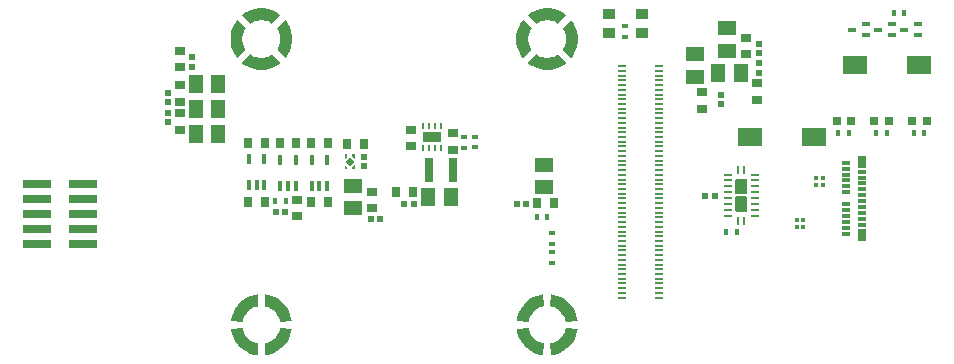
<source format=gbp>
G04*
G04 #@! TF.GenerationSoftware,Altium Limited,Altium Designer,21.4.1 (30)*
G04*
G04 Layer_Color=128*
%FSLAX44Y44*%
%MOMM*%
G71*
G04*
G04 #@! TF.SameCoordinates,0D4F03D2-A9C6-41B0-9EE0-006CB902BA7E*
G04*
G04*
G04 #@! TF.FilePolarity,Positive*
G04*
G01*
G75*
%ADD16R,0.4500X0.5500*%
%ADD19R,0.5200X0.5200*%
%ADD20R,0.9000X0.7000*%
%ADD23R,0.7000X0.9000*%
%ADD24R,0.5200X0.5200*%
%ADD26R,0.5500X0.4500*%
%ADD32R,2.4000X0.7600*%
%ADD83R,0.2800X0.5000*%
%ADD84R,1.6000X0.9000*%
%ADD85R,0.8000X2.0000*%
%ADD86R,1.3000X1.5000*%
%ADD87R,1.5000X1.3000*%
%ADD88R,2.0000X1.5000*%
%ADD89R,0.3600X0.3200*%
%ADD90R,0.8000X0.8000*%
%ADD91R,0.7000X0.1800*%
%ADD92R,0.7000X0.3000*%
%ADD93R,0.7000X1.0000*%
%ADD94R,0.7100X0.3000*%
%ADD95R,1.0000X0.9000*%
%ADD96R,0.1500X0.1500*%
%ADD97P,0.6788X4X270.0*%
%ADD98R,0.1500X0.1500*%
G04:AMPARAMS|DCode=100|XSize=0.25mm|YSize=0.6mm|CornerRadius=0.025mm|HoleSize=0mm|Usage=FLASHONLY|Rotation=270.000|XOffset=0mm|YOffset=0mm|HoleType=Round|Shape=RoundedRectangle|*
%AMROUNDEDRECTD100*
21,1,0.2500,0.5500,0,0,270.0*
21,1,0.2000,0.6000,0,0,270.0*
1,1,0.0500,-0.2750,-0.1000*
1,1,0.0500,-0.2750,0.1000*
1,1,0.0500,0.2750,0.1000*
1,1,0.0500,0.2750,-0.1000*
%
%ADD100ROUNDEDRECTD100*%
G04:AMPARAMS|DCode=101|XSize=0.25mm|YSize=0.6mm|CornerRadius=0.025mm|HoleSize=0mm|Usage=FLASHONLY|Rotation=0.000|XOffset=0mm|YOffset=0mm|HoleType=Round|Shape=RoundedRectangle|*
%AMROUNDEDRECTD101*
21,1,0.2500,0.5500,0,0,0.0*
21,1,0.2000,0.6000,0,0,0.0*
1,1,0.0500,0.1000,-0.2750*
1,1,0.0500,-0.1000,-0.2750*
1,1,0.0500,-0.1000,0.2750*
1,1,0.0500,0.1000,0.2750*
%
%ADD101ROUNDEDRECTD101*%
%ADD126R,0.3500X0.8500*%
G36*
X77422Y56287D02*
X81508Y54880D01*
X85305Y52818D01*
X87007Y51488D01*
X87007D01*
X80177Y44106D01*
X79151Y44768D01*
X76961Y45848D01*
X74633Y46582D01*
X72221Y46953D01*
X69779D01*
X67367Y46582D01*
X65039Y45848D01*
X62849Y44768D01*
X61823Y44106D01*
X54993Y51488D01*
X56695Y52818D01*
X60493Y54880D01*
X64578Y56287D01*
X68840Y57000D01*
X73160D01*
X77422Y56287D01*
D02*
G37*
G36*
X-164578D02*
X-160492Y54880D01*
X-156695Y52818D01*
X-154993Y51488D01*
X-154993D01*
X-161823Y44106D01*
X-162849Y44768D01*
X-165039Y45848D01*
X-167367Y46582D01*
X-169779Y46953D01*
X-172221D01*
X-174633Y46582D01*
X-176961Y45848D01*
X-179151Y44768D01*
X-180177Y44106D01*
X-187007Y51488D01*
X-185305Y52818D01*
X-181507Y54880D01*
X-177422Y56287D01*
X-173160Y57000D01*
X-168840D01*
X-164578Y56287D01*
D02*
G37*
G36*
X87007Y10512D02*
X85305Y9182D01*
X81508Y7120D01*
X77422Y5713D01*
X73160Y5000D01*
X68840D01*
X64578Y5713D01*
X60493Y7120D01*
X56695Y9182D01*
X54993Y10512D01*
Y10512D01*
X61823Y17894D01*
X62849Y17232D01*
X65039Y16152D01*
X67367Y15418D01*
X69779Y15047D01*
X72221D01*
X74633Y15418D01*
X76961Y16152D01*
X79151Y17232D01*
X80177Y17894D01*
X87007Y10512D01*
D02*
G37*
G36*
X-154993D02*
X-156695Y9182D01*
X-160492Y7120D01*
X-164578Y5713D01*
X-168840Y5000D01*
X-173160D01*
X-177422Y5713D01*
X-181507Y7120D01*
X-185305Y9182D01*
X-187007Y10512D01*
Y10512D01*
X-180177Y17894D01*
X-179151Y17232D01*
X-176961Y16152D01*
X-174633Y15418D01*
X-172221Y15047D01*
X-169779D01*
X-167367Y15418D01*
X-165039Y16152D01*
X-162849Y17232D01*
X-161823Y17894D01*
X-154993Y10512D01*
D02*
G37*
G36*
X92818Y45305D02*
X94880Y41508D01*
X96287Y37422D01*
X97000Y33160D01*
Y28840D01*
X96287Y24578D01*
X94880Y20492D01*
X92818Y16695D01*
X91488Y14993D01*
X84106Y21823D01*
X84768Y22849D01*
X85848Y25039D01*
X86582Y27367D01*
X86953Y29780D01*
Y32220D01*
X86582Y34633D01*
X85848Y36961D01*
X84768Y39151D01*
X84106Y40177D01*
X91488Y47007D01*
X92818Y45305D01*
D02*
G37*
G36*
X57894Y40177D02*
X57232Y39151D01*
X56152Y36961D01*
X55418Y34633D01*
X55047Y32220D01*
Y29780D01*
X55418Y27367D01*
X56152Y25039D01*
X57232Y22849D01*
X57894Y21823D01*
X50512Y14993D01*
X49182Y16695D01*
X47120Y20492D01*
X45713Y24578D01*
X45000Y28840D01*
Y33160D01*
X45713Y37422D01*
X47120Y41508D01*
X49182Y45305D01*
X50512Y47007D01*
X50512Y47007D01*
X57894Y40177D01*
D02*
G37*
G36*
X-149182Y45305D02*
X-147120Y41508D01*
X-145713Y37422D01*
X-145000Y33160D01*
Y28840D01*
X-145713Y24578D01*
X-147120Y20492D01*
X-149182Y16695D01*
X-150512Y14993D01*
X-157894Y21823D01*
X-157232Y22849D01*
X-156152Y25039D01*
X-155418Y27367D01*
X-155047Y29780D01*
Y32220D01*
X-155418Y34633D01*
X-156152Y36961D01*
X-157232Y39151D01*
X-157894Y40177D01*
X-150512Y47007D01*
X-149182Y45305D01*
D02*
G37*
G36*
X-184107Y40177D02*
X-184768Y39151D01*
X-185848Y36961D01*
X-186582Y34633D01*
X-186953Y32220D01*
Y29780D01*
X-186582Y27367D01*
X-185848Y25039D01*
X-184768Y22849D01*
X-184107Y21823D01*
X-191488Y14993D01*
X-192818Y16695D01*
X-194880Y20492D01*
X-196287Y24578D01*
X-197000Y28840D01*
Y33160D01*
X-196287Y37422D01*
X-194880Y41508D01*
X-192818Y45305D01*
X-191488Y47007D01*
X-191488Y47007D01*
X-184107Y40177D01*
D02*
G37*
G36*
X-91747Y-70311D02*
X-92047D01*
X-93847Y-68512D01*
Y-66712D01*
X-91747D01*
Y-70311D01*
D02*
G37*
G36*
X-98247Y-68512D02*
X-100047Y-70311D01*
X-100347D01*
Y-66712D01*
X-98247D01*
Y-68512D01*
D02*
G37*
G36*
X-91747Y-78911D02*
X-93847D01*
Y-77112D01*
X-92047Y-75311D01*
X-91747D01*
Y-78911D01*
D02*
G37*
G36*
X-98247Y-77112D02*
Y-78911D01*
X-100347D01*
Y-75311D01*
X-100047D01*
X-98247Y-77112D01*
D02*
G37*
G36*
X239913Y-87405D02*
X240194Y-87686D01*
X240346Y-88054D01*
Y-88253D01*
Y-99253D01*
Y-99452D01*
X240194Y-99819D01*
X239913Y-100100D01*
X239545Y-100253D01*
X231147D01*
X230780Y-100100D01*
X230499Y-99819D01*
X230346Y-99452D01*
Y-99253D01*
Y-88253D01*
Y-88054D01*
X230499Y-87686D01*
X230780Y-87405D01*
X231147Y-87253D01*
X239545D01*
X239913Y-87405D01*
D02*
G37*
G36*
Y-102405D02*
X240194Y-102686D01*
X240346Y-103054D01*
Y-103253D01*
Y-114253D01*
Y-114452D01*
X240194Y-114819D01*
X239913Y-115100D01*
X239545Y-115253D01*
X231147D01*
X230780Y-115100D01*
X230499Y-114819D01*
X230346Y-114452D01*
Y-114253D01*
Y-103253D01*
Y-103054D01*
X230499Y-102686D01*
X230780Y-102405D01*
X231147Y-102253D01*
X239545D01*
X239913Y-102405D01*
D02*
G37*
G36*
X76313Y-185457D02*
X80456Y-186684D01*
X84339Y-188578D01*
X87857Y-191088D01*
X90912Y-194143D01*
X93422Y-197661D01*
X95316Y-201544D01*
X96543Y-205687D01*
X96806Y-207831D01*
X86757Y-208222D01*
X86499Y-207028D01*
X85714Y-204716D01*
X84587Y-202551D01*
X83144Y-200582D01*
X81418Y-198856D01*
X79449Y-197413D01*
X77284Y-196286D01*
X74972Y-195501D01*
X73778Y-195243D01*
X73778D01*
X74169Y-185194D01*
X76313Y-185457D01*
D02*
G37*
G36*
X68222Y-195243D02*
X67028Y-195501D01*
X64716Y-196286D01*
X62551Y-197413D01*
X60582Y-198856D01*
X58856Y-200582D01*
X57413Y-202551D01*
X56286Y-204716D01*
X55501Y-207028D01*
X55243Y-208222D01*
X55243D01*
X55243Y-208222D01*
Y-208222D01*
X45194Y-207831D01*
X45457Y-205687D01*
X46684Y-201544D01*
X48578Y-197661D01*
X51087Y-194143D01*
X54143Y-191088D01*
X57660Y-188578D01*
X61544Y-186684D01*
X65687Y-185457D01*
X67831Y-185194D01*
X67831D01*
X68222Y-195243D01*
D02*
G37*
G36*
X-165687Y-185457D02*
X-161544Y-186684D01*
X-157661Y-188578D01*
X-154143Y-191088D01*
X-151088Y-194143D01*
X-148578Y-197661D01*
X-146684Y-201544D01*
X-145457Y-205687D01*
X-145194Y-207831D01*
X-155243Y-208222D01*
X-155501Y-207028D01*
X-156286Y-204716D01*
X-157413Y-202551D01*
X-158856Y-200582D01*
X-160582Y-198856D01*
X-162551Y-197413D01*
X-164716Y-196286D01*
X-167028Y-195501D01*
X-168222Y-195243D01*
X-168222D01*
X-167831Y-185194D01*
X-165687Y-185457D01*
D02*
G37*
G36*
X-173778Y-195243D02*
X-174972Y-195501D01*
X-177284Y-196286D01*
X-179449Y-197413D01*
X-181418Y-198856D01*
X-183144Y-200582D01*
X-184587Y-202551D01*
X-185714Y-204716D01*
X-186499Y-207028D01*
X-186757Y-208222D01*
X-186757D01*
X-186757Y-208222D01*
Y-208222D01*
X-196806Y-207831D01*
X-196543Y-205687D01*
X-195316Y-201544D01*
X-193422Y-197661D01*
X-190912Y-194143D01*
X-187857Y-191088D01*
X-184340Y-188578D01*
X-180456Y-186684D01*
X-176313Y-185457D01*
X-174169Y-185194D01*
X-174169D01*
X-173778Y-195243D01*
D02*
G37*
G36*
X68222Y-226757D02*
D01*
Y-226757D01*
Y-226757D01*
D02*
G37*
G36*
X-186499Y-214972D02*
X-185714Y-217284D01*
X-184587Y-219449D01*
X-183144Y-221418D01*
X-181418Y-223144D01*
X-179449Y-224587D01*
X-177284Y-225714D01*
X-174972Y-226499D01*
X-173778Y-226757D01*
Y-226757D01*
Y-226757D01*
D01*
X-174169Y-236806D01*
X-176313Y-236543D01*
X-180456Y-235316D01*
X-184340Y-233422D01*
X-187857Y-230912D01*
X-190912Y-227857D01*
X-193422Y-224340D01*
X-195316Y-220456D01*
X-196543Y-216313D01*
X-196806Y-214169D01*
X-196806Y-214169D01*
X-186757Y-213778D01*
X-186499Y-214972D01*
D02*
G37*
G36*
X96806Y-214169D02*
X96543Y-216313D01*
X95316Y-220456D01*
X93422Y-224340D01*
X90912Y-227857D01*
X87857Y-230912D01*
X84339Y-233422D01*
X80456Y-235316D01*
X76313Y-236543D01*
X74169Y-236806D01*
Y-236806D01*
X73778Y-226757D01*
X74972Y-226499D01*
X77284Y-225714D01*
X79449Y-224587D01*
X81418Y-223144D01*
X83144Y-221418D01*
X84587Y-219449D01*
X85714Y-217284D01*
X86499Y-214972D01*
X86757Y-213778D01*
X96806Y-214169D01*
D02*
G37*
G36*
X55501Y-214972D02*
X56286Y-217284D01*
X57413Y-219449D01*
X58856Y-221418D01*
X60582Y-223144D01*
X62551Y-224587D01*
X64716Y-225714D01*
X67028Y-226499D01*
X68222Y-226757D01*
X67831Y-236806D01*
X65687Y-236543D01*
X61544Y-235316D01*
X57660Y-233422D01*
X54143Y-230912D01*
X51087Y-227857D01*
X48578Y-224340D01*
X46684Y-220456D01*
X45457Y-216313D01*
X45194Y-214169D01*
X45194Y-214169D01*
X55243Y-213778D01*
X55501Y-214972D01*
D02*
G37*
G36*
X-145194Y-214169D02*
X-145457Y-216313D01*
X-146684Y-220456D01*
X-148578Y-224340D01*
X-151088Y-227857D01*
X-154143Y-230912D01*
X-157661Y-233422D01*
X-161544Y-235316D01*
X-165687Y-236543D01*
X-167831Y-236806D01*
Y-236806D01*
X-168222Y-226757D01*
X-167028Y-226499D01*
X-164716Y-225714D01*
X-162551Y-224587D01*
X-160582Y-223144D01*
X-158856Y-221418D01*
X-157413Y-219449D01*
X-156286Y-217284D01*
X-155501Y-214972D01*
X-155243Y-213778D01*
X-145194Y-214169D01*
D02*
G37*
D16*
X62041Y-119299D02*
D03*
X71041D02*
D03*
X-150243Y-106236D02*
D03*
X-159242D02*
D03*
X231500Y-132000D02*
D03*
X222500D02*
D03*
X364500Y53000D02*
D03*
X373500D02*
D03*
X381500Y-49000D02*
D03*
X390500D02*
D03*
X349500D02*
D03*
X358500D02*
D03*
X317500D02*
D03*
X326500D02*
D03*
D19*
X-42035Y-108796D02*
D03*
X-50035D02*
D03*
X53166Y-109082D02*
D03*
X45166D02*
D03*
X-150743Y-115055D02*
D03*
X-158743D02*
D03*
X-78477Y-121597D02*
D03*
X-70477D02*
D03*
X205000Y-102000D02*
D03*
X213000D02*
D03*
D20*
X-44101Y-45923D02*
D03*
Y-59923D02*
D03*
X-9084Y-48621D02*
D03*
Y-62621D02*
D03*
X-77428Y-112500D02*
D03*
Y-98500D02*
D03*
X248547Y-6636D02*
D03*
Y-20635D02*
D03*
X239000Y18000D02*
D03*
Y32000D02*
D03*
X202000Y-14000D02*
D03*
Y-28000D02*
D03*
X-140516Y-105226D02*
D03*
Y-119226D02*
D03*
X-239984Y-22162D02*
D03*
Y-8162D02*
D03*
X-240114Y-31896D02*
D03*
Y-45896D02*
D03*
X-240022Y7048D02*
D03*
Y21048D02*
D03*
D23*
X-56625Y-98410D02*
D03*
X-42625D02*
D03*
X76664Y-108202D02*
D03*
X62664D02*
D03*
X-98139Y-57833D02*
D03*
X-84139D02*
D03*
X-168000Y-57000D02*
D03*
X-182000D02*
D03*
X-168000Y-107000D02*
D03*
X-182000D02*
D03*
X-114792Y-57197D02*
D03*
X-128792D02*
D03*
X-114792Y-107197D02*
D03*
X-128792D02*
D03*
X-141390Y-57098D02*
D03*
X-155390D02*
D03*
D24*
X250076Y10401D02*
D03*
Y2401D02*
D03*
X250000Y27000D02*
D03*
Y19000D02*
D03*
X218000Y-16000D02*
D03*
Y-24000D02*
D03*
X-84047Y-68811D02*
D03*
Y-76812D02*
D03*
X-250192Y-14459D02*
D03*
Y-22459D02*
D03*
X-250294Y-39233D02*
D03*
Y-31233D02*
D03*
X-229660Y15561D02*
D03*
Y7561D02*
D03*
D26*
X916Y-51871D02*
D03*
Y-60871D02*
D03*
X9672Y-60727D02*
D03*
Y-51727D02*
D03*
X75260Y-149559D02*
D03*
Y-158559D02*
D03*
Y-142398D02*
D03*
Y-133398D02*
D03*
X137000Y42000D02*
D03*
Y33000D02*
D03*
D32*
X-361000Y-142700D02*
D03*
X-322000D02*
D03*
X-361000D02*
D03*
Y-130000D02*
D03*
Y-117300D02*
D03*
Y-104600D02*
D03*
Y-91900D02*
D03*
X-322000Y-142700D02*
D03*
Y-130000D02*
D03*
Y-117300D02*
D03*
Y-104600D02*
D03*
Y-91900D02*
D03*
D83*
X-18701Y-61423D02*
D03*
X-23701D02*
D03*
X-28701D02*
D03*
X-33701D02*
D03*
X-18701Y-42423D02*
D03*
X-23701D02*
D03*
X-28701D02*
D03*
X-33701D02*
D03*
D84*
X-26201Y-51923D02*
D03*
D85*
X-29084Y-79621D02*
D03*
X-9084D02*
D03*
D86*
X-29784Y-102698D02*
D03*
X-10784D02*
D03*
X216000Y2000D02*
D03*
X235000D02*
D03*
X-207379Y-7471D02*
D03*
X-226379D02*
D03*
X-207379Y-49207D02*
D03*
X-226379D02*
D03*
X-207379Y-28469D02*
D03*
X-226379D02*
D03*
D87*
X68000Y-94561D02*
D03*
Y-75561D02*
D03*
X-93000Y-93500D02*
D03*
Y-112500D02*
D03*
X196000Y18000D02*
D03*
Y-1000D02*
D03*
X223000Y40000D02*
D03*
Y21000D02*
D03*
D88*
X296724Y-52179D02*
D03*
X242724D02*
D03*
X386000Y9000D02*
D03*
X332000D02*
D03*
D89*
X298977Y-86566D02*
D03*
X304577D02*
D03*
X298977Y-92529D02*
D03*
X304577D02*
D03*
X282394Y-122115D02*
D03*
X287994D02*
D03*
X282394Y-128174D02*
D03*
X287994D02*
D03*
D90*
X379750Y-38000D02*
D03*
X392250D02*
D03*
X347750D02*
D03*
X360250D02*
D03*
X316000D02*
D03*
X328500D02*
D03*
D91*
X134600Y8000D02*
D03*
Y4000D02*
D03*
Y0D02*
D03*
Y-4000D02*
D03*
Y-8000D02*
D03*
Y-12000D02*
D03*
Y-16000D02*
D03*
Y-20000D02*
D03*
Y-24000D02*
D03*
Y-28000D02*
D03*
Y-32000D02*
D03*
Y-36000D02*
D03*
Y-40000D02*
D03*
Y-44000D02*
D03*
Y-48000D02*
D03*
Y-52000D02*
D03*
Y-56000D02*
D03*
Y-60000D02*
D03*
Y-64000D02*
D03*
Y-68000D02*
D03*
Y-72000D02*
D03*
Y-76000D02*
D03*
Y-80000D02*
D03*
Y-84000D02*
D03*
Y-88000D02*
D03*
Y-92000D02*
D03*
Y-96000D02*
D03*
Y-100000D02*
D03*
Y-104000D02*
D03*
Y-108000D02*
D03*
Y-112000D02*
D03*
Y-116000D02*
D03*
Y-120000D02*
D03*
Y-124000D02*
D03*
Y-128000D02*
D03*
Y-132000D02*
D03*
Y-136000D02*
D03*
Y-140000D02*
D03*
Y-144000D02*
D03*
Y-148000D02*
D03*
Y-152000D02*
D03*
Y-156000D02*
D03*
Y-160000D02*
D03*
Y-164000D02*
D03*
Y-168000D02*
D03*
Y-172000D02*
D03*
Y-176000D02*
D03*
Y-180000D02*
D03*
Y-184000D02*
D03*
Y-188000D02*
D03*
X165400Y8000D02*
D03*
Y4000D02*
D03*
Y0D02*
D03*
Y-4000D02*
D03*
Y-8000D02*
D03*
Y-12000D02*
D03*
Y-16000D02*
D03*
Y-20000D02*
D03*
Y-24000D02*
D03*
Y-28000D02*
D03*
Y-32000D02*
D03*
Y-36000D02*
D03*
Y-40000D02*
D03*
Y-44000D02*
D03*
Y-48000D02*
D03*
Y-52000D02*
D03*
Y-56000D02*
D03*
Y-60000D02*
D03*
Y-64000D02*
D03*
Y-68000D02*
D03*
Y-72000D02*
D03*
Y-76000D02*
D03*
Y-80000D02*
D03*
Y-84000D02*
D03*
Y-88000D02*
D03*
Y-92000D02*
D03*
Y-96000D02*
D03*
Y-100000D02*
D03*
Y-104000D02*
D03*
Y-108000D02*
D03*
Y-112000D02*
D03*
Y-116000D02*
D03*
Y-120000D02*
D03*
Y-124000D02*
D03*
Y-128000D02*
D03*
Y-132000D02*
D03*
Y-136000D02*
D03*
Y-140000D02*
D03*
Y-144000D02*
D03*
Y-148000D02*
D03*
Y-152000D02*
D03*
Y-156000D02*
D03*
Y-160000D02*
D03*
Y-164000D02*
D03*
Y-168000D02*
D03*
Y-172000D02*
D03*
Y-176000D02*
D03*
Y-180000D02*
D03*
Y-184000D02*
D03*
Y-188000D02*
D03*
D92*
X337423Y-126290D02*
D03*
Y-121290D02*
D03*
X324423Y-73790D02*
D03*
Y-78790D02*
D03*
Y-83790D02*
D03*
Y-88790D02*
D03*
Y-93790D02*
D03*
Y-98790D02*
D03*
Y-108790D02*
D03*
Y-113790D02*
D03*
Y-118790D02*
D03*
Y-123790D02*
D03*
Y-128790D02*
D03*
Y-133790D02*
D03*
X337423Y-116290D02*
D03*
Y-111290D02*
D03*
Y-106290D02*
D03*
Y-101290D02*
D03*
Y-96290D02*
D03*
Y-91290D02*
D03*
Y-86290D02*
D03*
Y-81290D02*
D03*
D93*
Y-134790D02*
D03*
Y-72790D02*
D03*
D94*
X372900Y39000D02*
D03*
X385100Y34000D02*
D03*
Y44000D02*
D03*
X350900Y39000D02*
D03*
X363100Y34000D02*
D03*
Y44000D02*
D03*
X328900Y39000D02*
D03*
X341100Y34000D02*
D03*
Y44000D02*
D03*
D95*
X151000Y36000D02*
D03*
Y52000D02*
D03*
X123000Y36000D02*
D03*
Y52000D02*
D03*
D96*
X-92747Y-67712D02*
D03*
X-99347D02*
D03*
X-92747Y-77912D02*
D03*
D97*
X-96047Y-72811D02*
D03*
D98*
X-99347Y-77912D02*
D03*
D100*
X246846Y-113753D02*
D03*
Y-118753D02*
D03*
Y-93753D02*
D03*
Y-98753D02*
D03*
Y-103753D02*
D03*
Y-108753D02*
D03*
Y-83753D02*
D03*
Y-88753D02*
D03*
X223846Y-83753D02*
D03*
Y-98753D02*
D03*
Y-103753D02*
D03*
Y-118753D02*
D03*
Y-93753D02*
D03*
Y-88753D02*
D03*
Y-113753D02*
D03*
Y-108753D02*
D03*
D101*
X232846Y-122753D02*
D03*
X237846D02*
D03*
Y-79753D02*
D03*
X232846D02*
D03*
D126*
X-175000Y-93000D02*
D03*
X-168500D02*
D03*
Y-71000D02*
D03*
X-181500Y-93000D02*
D03*
Y-71000D02*
D03*
X-128292Y-71197D02*
D03*
Y-93197D02*
D03*
X-115292Y-71197D02*
D03*
Y-93197D02*
D03*
X-121792D02*
D03*
X-148390Y-93098D02*
D03*
X-141890D02*
D03*
Y-71098D02*
D03*
X-154890Y-93098D02*
D03*
Y-71098D02*
D03*
M02*

</source>
